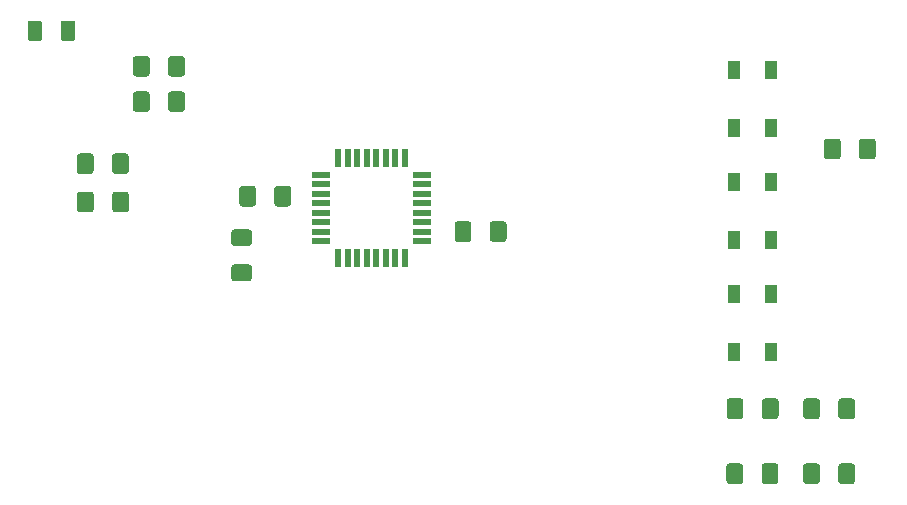
<source format=gbr>
%TF.GenerationSoftware,KiCad,Pcbnew,5.1.6-c6e7f7d~87~ubuntu20.04.1*%
%TF.CreationDate,2020-08-28T13:01:10+02:00*%
%TF.ProjectId,DccModule,4463634d-6f64-4756-9c65-2e6b69636164,rev?*%
%TF.SameCoordinates,Original*%
%TF.FileFunction,Paste,Top*%
%TF.FilePolarity,Positive*%
%FSLAX46Y46*%
G04 Gerber Fmt 4.6, Leading zero omitted, Abs format (unit mm)*
G04 Created by KiCad (PCBNEW 5.1.6-c6e7f7d~87~ubuntu20.04.1) date 2020-08-28 13:01:10*
%MOMM*%
%LPD*%
G01*
G04 APERTURE LIST*
%ADD10R,0.550000X1.600000*%
%ADD11R,1.600000X0.550000*%
%ADD12R,1.000000X1.500000*%
G04 APERTURE END LIST*
D10*
%TO.C,U1*%
X155200000Y-100750000D03*
X156000000Y-100750000D03*
X156800000Y-100750000D03*
X157600000Y-100750000D03*
X158400000Y-100750000D03*
X159200000Y-100750000D03*
X160000000Y-100750000D03*
X160800000Y-100750000D03*
D11*
X162250000Y-102200000D03*
X162250000Y-103000000D03*
X162250000Y-103800000D03*
X162250000Y-104600000D03*
X162250000Y-105400000D03*
X162250000Y-106200000D03*
X162250000Y-107000000D03*
X162250000Y-107800000D03*
D10*
X160800000Y-109250000D03*
X160000000Y-109250000D03*
X159200000Y-109250000D03*
X158400000Y-109250000D03*
X157600000Y-109250000D03*
X156800000Y-109250000D03*
X156000000Y-109250000D03*
X155200000Y-109250000D03*
D11*
X153750000Y-107800000D03*
X153750000Y-107000000D03*
X153750000Y-106200000D03*
X153750000Y-105400000D03*
X153750000Y-104600000D03*
X153750000Y-103800000D03*
X153750000Y-103000000D03*
X153750000Y-102200000D03*
%TD*%
%TO.C,R6*%
G36*
G01*
X191037500Y-122625000D02*
X191037500Y-121375000D01*
G75*
G02*
X191287500Y-121125000I250000J0D01*
G01*
X192212500Y-121125000D01*
G75*
G02*
X192462500Y-121375000I0J-250000D01*
G01*
X192462500Y-122625000D01*
G75*
G02*
X192212500Y-122875000I-250000J0D01*
G01*
X191287500Y-122875000D01*
G75*
G02*
X191037500Y-122625000I0J250000D01*
G01*
G37*
G36*
G01*
X188062500Y-122625000D02*
X188062500Y-121375000D01*
G75*
G02*
X188312500Y-121125000I250000J0D01*
G01*
X189237500Y-121125000D01*
G75*
G02*
X189487500Y-121375000I0J-250000D01*
G01*
X189487500Y-122625000D01*
G75*
G02*
X189237500Y-122875000I-250000J0D01*
G01*
X188312500Y-122875000D01*
G75*
G02*
X188062500Y-122625000I0J250000D01*
G01*
G37*
%TD*%
%TO.C,R5*%
G36*
G01*
X191025000Y-128125000D02*
X191025000Y-126875000D01*
G75*
G02*
X191275000Y-126625000I250000J0D01*
G01*
X192200000Y-126625000D01*
G75*
G02*
X192450000Y-126875000I0J-250000D01*
G01*
X192450000Y-128125000D01*
G75*
G02*
X192200000Y-128375000I-250000J0D01*
G01*
X191275000Y-128375000D01*
G75*
G02*
X191025000Y-128125000I0J250000D01*
G01*
G37*
G36*
G01*
X188050000Y-128125000D02*
X188050000Y-126875000D01*
G75*
G02*
X188300000Y-126625000I250000J0D01*
G01*
X189225000Y-126625000D01*
G75*
G02*
X189475000Y-126875000I0J-250000D01*
G01*
X189475000Y-128125000D01*
G75*
G02*
X189225000Y-128375000I-250000J0D01*
G01*
X188300000Y-128375000D01*
G75*
G02*
X188050000Y-128125000I0J250000D01*
G01*
G37*
%TD*%
%TO.C,R4*%
G36*
G01*
X199275000Y-100625000D02*
X199275000Y-99375000D01*
G75*
G02*
X199525000Y-99125000I250000J0D01*
G01*
X200450000Y-99125000D01*
G75*
G02*
X200700000Y-99375000I0J-250000D01*
G01*
X200700000Y-100625000D01*
G75*
G02*
X200450000Y-100875000I-250000J0D01*
G01*
X199525000Y-100875000D01*
G75*
G02*
X199275000Y-100625000I0J250000D01*
G01*
G37*
G36*
G01*
X196300000Y-100625000D02*
X196300000Y-99375000D01*
G75*
G02*
X196550000Y-99125000I250000J0D01*
G01*
X197475000Y-99125000D01*
G75*
G02*
X197725000Y-99375000I0J-250000D01*
G01*
X197725000Y-100625000D01*
G75*
G02*
X197475000Y-100875000I-250000J0D01*
G01*
X196550000Y-100875000D01*
G75*
G02*
X196300000Y-100625000I0J250000D01*
G01*
G37*
%TD*%
%TO.C,R3*%
G36*
G01*
X136025000Y-101875000D02*
X136025000Y-100625000D01*
G75*
G02*
X136275000Y-100375000I250000J0D01*
G01*
X137200000Y-100375000D01*
G75*
G02*
X137450000Y-100625000I0J-250000D01*
G01*
X137450000Y-101875000D01*
G75*
G02*
X137200000Y-102125000I-250000J0D01*
G01*
X136275000Y-102125000D01*
G75*
G02*
X136025000Y-101875000I0J250000D01*
G01*
G37*
G36*
G01*
X133050000Y-101875000D02*
X133050000Y-100625000D01*
G75*
G02*
X133300000Y-100375000I250000J0D01*
G01*
X134225000Y-100375000D01*
G75*
G02*
X134475000Y-100625000I0J-250000D01*
G01*
X134475000Y-101875000D01*
G75*
G02*
X134225000Y-102125000I-250000J0D01*
G01*
X133300000Y-102125000D01*
G75*
G02*
X133050000Y-101875000I0J250000D01*
G01*
G37*
%TD*%
%TO.C,R2*%
G36*
G01*
X140775000Y-96625000D02*
X140775000Y-95375000D01*
G75*
G02*
X141025000Y-95125000I250000J0D01*
G01*
X141950000Y-95125000D01*
G75*
G02*
X142200000Y-95375000I0J-250000D01*
G01*
X142200000Y-96625000D01*
G75*
G02*
X141950000Y-96875000I-250000J0D01*
G01*
X141025000Y-96875000D01*
G75*
G02*
X140775000Y-96625000I0J250000D01*
G01*
G37*
G36*
G01*
X137800000Y-96625000D02*
X137800000Y-95375000D01*
G75*
G02*
X138050000Y-95125000I250000J0D01*
G01*
X138975000Y-95125000D01*
G75*
G02*
X139225000Y-95375000I0J-250000D01*
G01*
X139225000Y-96625000D01*
G75*
G02*
X138975000Y-96875000I-250000J0D01*
G01*
X138050000Y-96875000D01*
G75*
G02*
X137800000Y-96625000I0J250000D01*
G01*
G37*
%TD*%
%TO.C,R1*%
G36*
G01*
X146375000Y-109775000D02*
X147625000Y-109775000D01*
G75*
G02*
X147875000Y-110025000I0J-250000D01*
G01*
X147875000Y-110950000D01*
G75*
G02*
X147625000Y-111200000I-250000J0D01*
G01*
X146375000Y-111200000D01*
G75*
G02*
X146125000Y-110950000I0J250000D01*
G01*
X146125000Y-110025000D01*
G75*
G02*
X146375000Y-109775000I250000J0D01*
G01*
G37*
G36*
G01*
X146375000Y-106800000D02*
X147625000Y-106800000D01*
G75*
G02*
X147875000Y-107050000I0J-250000D01*
G01*
X147875000Y-107975000D01*
G75*
G02*
X147625000Y-108225000I-250000J0D01*
G01*
X146375000Y-108225000D01*
G75*
G02*
X146125000Y-107975000I0J250000D01*
G01*
X146125000Y-107050000D01*
G75*
G02*
X146375000Y-106800000I250000J0D01*
G01*
G37*
%TD*%
D12*
%TO.C,D7*%
X191850000Y-93300000D03*
X188650000Y-93300000D03*
X191850000Y-98200000D03*
X188650000Y-98200000D03*
%TD*%
%TO.C,D6*%
X191850000Y-102800000D03*
X188650000Y-102800000D03*
X191850000Y-107700000D03*
X188650000Y-107700000D03*
%TD*%
%TO.C,D5*%
X191850000Y-112300000D03*
X188650000Y-112300000D03*
X191850000Y-117200000D03*
X188650000Y-117200000D03*
%TD*%
%TO.C,D4*%
G36*
G01*
X195975000Y-121375000D02*
X195975000Y-122625000D01*
G75*
G02*
X195725000Y-122875000I-250000J0D01*
G01*
X194800000Y-122875000D01*
G75*
G02*
X194550000Y-122625000I0J250000D01*
G01*
X194550000Y-121375000D01*
G75*
G02*
X194800000Y-121125000I250000J0D01*
G01*
X195725000Y-121125000D01*
G75*
G02*
X195975000Y-121375000I0J-250000D01*
G01*
G37*
G36*
G01*
X198950000Y-121375000D02*
X198950000Y-122625000D01*
G75*
G02*
X198700000Y-122875000I-250000J0D01*
G01*
X197775000Y-122875000D01*
G75*
G02*
X197525000Y-122625000I0J250000D01*
G01*
X197525000Y-121375000D01*
G75*
G02*
X197775000Y-121125000I250000J0D01*
G01*
X198700000Y-121125000D01*
G75*
G02*
X198950000Y-121375000I0J-250000D01*
G01*
G37*
%TD*%
%TO.C,D3*%
G36*
G01*
X195962500Y-126875000D02*
X195962500Y-128125000D01*
G75*
G02*
X195712500Y-128375000I-250000J0D01*
G01*
X194787500Y-128375000D01*
G75*
G02*
X194537500Y-128125000I0J250000D01*
G01*
X194537500Y-126875000D01*
G75*
G02*
X194787500Y-126625000I250000J0D01*
G01*
X195712500Y-126625000D01*
G75*
G02*
X195962500Y-126875000I0J-250000D01*
G01*
G37*
G36*
G01*
X198937500Y-126875000D02*
X198937500Y-128125000D01*
G75*
G02*
X198687500Y-128375000I-250000J0D01*
G01*
X197762500Y-128375000D01*
G75*
G02*
X197512500Y-128125000I0J250000D01*
G01*
X197512500Y-126875000D01*
G75*
G02*
X197762500Y-126625000I250000J0D01*
G01*
X198687500Y-126625000D01*
G75*
G02*
X198937500Y-126875000I0J-250000D01*
G01*
G37*
%TD*%
%TO.C,D2*%
G36*
G01*
X136037500Y-105125000D02*
X136037500Y-103875000D01*
G75*
G02*
X136287500Y-103625000I250000J0D01*
G01*
X137212500Y-103625000D01*
G75*
G02*
X137462500Y-103875000I0J-250000D01*
G01*
X137462500Y-105125000D01*
G75*
G02*
X137212500Y-105375000I-250000J0D01*
G01*
X136287500Y-105375000D01*
G75*
G02*
X136037500Y-105125000I0J250000D01*
G01*
G37*
G36*
G01*
X133062500Y-105125000D02*
X133062500Y-103875000D01*
G75*
G02*
X133312500Y-103625000I250000J0D01*
G01*
X134237500Y-103625000D01*
G75*
G02*
X134487500Y-103875000I0J-250000D01*
G01*
X134487500Y-105125000D01*
G75*
G02*
X134237500Y-105375000I-250000J0D01*
G01*
X133312500Y-105375000D01*
G75*
G02*
X133062500Y-105125000I0J250000D01*
G01*
G37*
%TD*%
%TO.C,D1*%
G36*
G01*
X140775000Y-93625000D02*
X140775000Y-92375000D01*
G75*
G02*
X141025000Y-92125000I250000J0D01*
G01*
X141950000Y-92125000D01*
G75*
G02*
X142200000Y-92375000I0J-250000D01*
G01*
X142200000Y-93625000D01*
G75*
G02*
X141950000Y-93875000I-250000J0D01*
G01*
X141025000Y-93875000D01*
G75*
G02*
X140775000Y-93625000I0J250000D01*
G01*
G37*
G36*
G01*
X137800000Y-93625000D02*
X137800000Y-92375000D01*
G75*
G02*
X138050000Y-92125000I250000J0D01*
G01*
X138975000Y-92125000D01*
G75*
G02*
X139225000Y-92375000I0J-250000D01*
G01*
X139225000Y-93625000D01*
G75*
G02*
X138975000Y-93875000I-250000J0D01*
G01*
X138050000Y-93875000D01*
G75*
G02*
X137800000Y-93625000I0J250000D01*
G01*
G37*
%TD*%
%TO.C,C3*%
G36*
G01*
X148225000Y-103375000D02*
X148225000Y-104625000D01*
G75*
G02*
X147975000Y-104875000I-250000J0D01*
G01*
X147050000Y-104875000D01*
G75*
G02*
X146800000Y-104625000I0J250000D01*
G01*
X146800000Y-103375000D01*
G75*
G02*
X147050000Y-103125000I250000J0D01*
G01*
X147975000Y-103125000D01*
G75*
G02*
X148225000Y-103375000I0J-250000D01*
G01*
G37*
G36*
G01*
X151200000Y-103375000D02*
X151200000Y-104625000D01*
G75*
G02*
X150950000Y-104875000I-250000J0D01*
G01*
X150025000Y-104875000D01*
G75*
G02*
X149775000Y-104625000I0J250000D01*
G01*
X149775000Y-103375000D01*
G75*
G02*
X150025000Y-103125000I250000J0D01*
G01*
X150950000Y-103125000D01*
G75*
G02*
X151200000Y-103375000I0J-250000D01*
G01*
G37*
%TD*%
%TO.C,C2*%
G36*
G01*
X166462500Y-106375000D02*
X166462500Y-107625000D01*
G75*
G02*
X166212500Y-107875000I-250000J0D01*
G01*
X165287500Y-107875000D01*
G75*
G02*
X165037500Y-107625000I0J250000D01*
G01*
X165037500Y-106375000D01*
G75*
G02*
X165287500Y-106125000I250000J0D01*
G01*
X166212500Y-106125000D01*
G75*
G02*
X166462500Y-106375000I0J-250000D01*
G01*
G37*
G36*
G01*
X169437500Y-106375000D02*
X169437500Y-107625000D01*
G75*
G02*
X169187500Y-107875000I-250000J0D01*
G01*
X168262500Y-107875000D01*
G75*
G02*
X168012500Y-107625000I0J250000D01*
G01*
X168012500Y-106375000D01*
G75*
G02*
X168262500Y-106125000I250000J0D01*
G01*
X169187500Y-106125000D01*
G75*
G02*
X169437500Y-106375000I0J-250000D01*
G01*
G37*
%TD*%
%TO.C,C1*%
G36*
G01*
X130125000Y-89375000D02*
X130125000Y-90625000D01*
G75*
G02*
X129875000Y-90875000I-250000J0D01*
G01*
X129125000Y-90875000D01*
G75*
G02*
X128875000Y-90625000I0J250000D01*
G01*
X128875000Y-89375000D01*
G75*
G02*
X129125000Y-89125000I250000J0D01*
G01*
X129875000Y-89125000D01*
G75*
G02*
X130125000Y-89375000I0J-250000D01*
G01*
G37*
G36*
G01*
X132925000Y-89375000D02*
X132925000Y-90625000D01*
G75*
G02*
X132675000Y-90875000I-250000J0D01*
G01*
X131925000Y-90875000D01*
G75*
G02*
X131675000Y-90625000I0J250000D01*
G01*
X131675000Y-89375000D01*
G75*
G02*
X131925000Y-89125000I250000J0D01*
G01*
X132675000Y-89125000D01*
G75*
G02*
X132925000Y-89375000I0J-250000D01*
G01*
G37*
%TD*%
M02*

</source>
